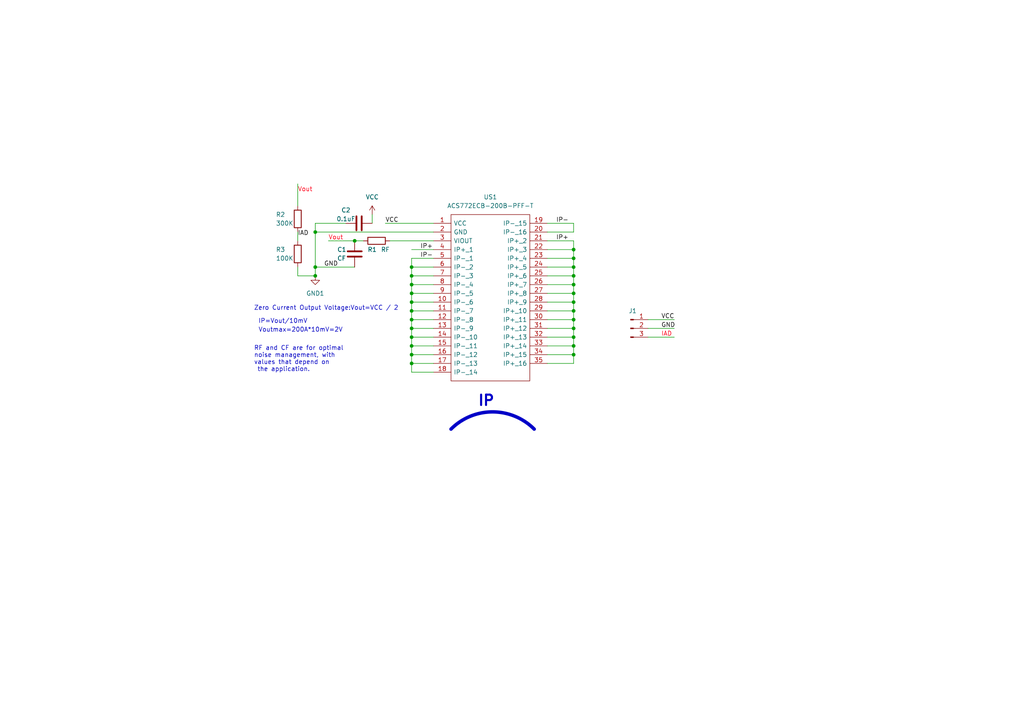
<source format=kicad_sch>
(kicad_sch (version 20230121) (generator eeschema)

  (uuid b3060d4e-7467-4a22-9473-769120214355)

  (paper "A4")

  (lib_symbols
    (symbol "ACS772ECB-200B-PFF-T1:ACS772ECB-200B-PFF-T" (pin_names (offset 0.762)) (in_bom yes) (on_board yes)
      (property "Reference" "IC" (at 29.21 7.62 0)
        (effects (font (size 1.27 1.27)) (justify left))
      )
      (property "Value" "ACS772ECB-200B-PFF-T" (at 29.21 5.08 0)
        (effects (font (size 1.27 1.27)) (justify left))
      )
      (property "Footprint" "ACS772ECB200BPFFT" (at 29.21 2.54 0)
        (effects (font (size 1.27 1.27)) (justify left) hide)
      )
      (property "Datasheet" "http://www.allegromicro.com/~/media/Files/Datasheets/ACS772-Datasheet.ashx" (at 29.21 0 0)
        (effects (font (size 1.27 1.27)) (justify left) hide)
      )
      (property "Description" "200kHz, 1.5% Max Tolerance, 100  Internal Resistance Module-alternative Current Sensor for High Current and High Voltage Applications" (at 29.21 -2.54 0)
        (effects (font (size 1.27 1.27)) (justify left) hide)
      )
      (property "Height" "7.1" (at 29.21 -5.08 0)
        (effects (font (size 1.27 1.27)) (justify left) hide)
      )
      (property "Manufacturer_Name" "Allegro Microsystems" (at 29.21 -7.62 0)
        (effects (font (size 1.27 1.27)) (justify left) hide)
      )
      (property "Manufacturer_Part_Number" "ACS772ECB-200B-PFF-T" (at 29.21 -10.16 0)
        (effects (font (size 1.27 1.27)) (justify left) hide)
      )
      (property "Mouser Part Number" "250-772ECB200BPFFT" (at 29.21 -12.7 0)
        (effects (font (size 1.27 1.27)) (justify left) hide)
      )
      (property "Mouser Price/Stock" "https://www.mouser.co.uk/ProductDetail/Allegro-MicroSystems/ACS772ECB-200B-PFF-T?qs=pUKx8fyJudABgObSHvZ%252BEw%3D%3D" (at 29.21 -15.24 0)
        (effects (font (size 1.27 1.27)) (justify left) hide)
      )
      (property "Arrow Part Number" "ACS772ECB-200B-PFF-T" (at 29.21 -17.78 0)
        (effects (font (size 1.27 1.27)) (justify left) hide)
      )
      (property "Arrow Price/Stock" "https://www.arrow.com/en/products/acs772ecb-200b-pff-t/allegro-microsystems?region=nac" (at 29.21 -20.32 0)
        (effects (font (size 1.27 1.27)) (justify left) hide)
      )
      (property "ki_description" "200kHz, 1.5% Max Tolerance, 100  Internal Resistance Module-alternative Current Sensor for High Current and High Voltage Applications" (at 0 0 0)
        (effects (font (size 1.27 1.27)) hide)
      )
      (symbol "ACS772ECB-200B-PFF-T_0_0"
        (pin passive line (at 0 0 0) (length 5.08)
          (name "VCC" (effects (font (size 1.27 1.27))))
          (number "1" (effects (font (size 1.27 1.27))))
        )
        (pin passive line (at 0 -22.86 0) (length 5.08)
          (name "IP-_6" (effects (font (size 1.27 1.27))))
          (number "10" (effects (font (size 1.27 1.27))))
        )
        (pin passive line (at 0 -25.4 0) (length 5.08)
          (name "IP-_7" (effects (font (size 1.27 1.27))))
          (number "11" (effects (font (size 1.27 1.27))))
        )
        (pin passive line (at 0 -27.94 0) (length 5.08)
          (name "IP-_8" (effects (font (size 1.27 1.27))))
          (number "12" (effects (font (size 1.27 1.27))))
        )
        (pin passive line (at 0 -30.48 0) (length 5.08)
          (name "IP-_9" (effects (font (size 1.27 1.27))))
          (number "13" (effects (font (size 1.27 1.27))))
        )
        (pin passive line (at 0 -33.02 0) (length 5.08)
          (name "IP-_10" (effects (font (size 1.27 1.27))))
          (number "14" (effects (font (size 1.27 1.27))))
        )
        (pin passive line (at 0 -35.56 0) (length 5.08)
          (name "IP-_11" (effects (font (size 1.27 1.27))))
          (number "15" (effects (font (size 1.27 1.27))))
        )
        (pin passive line (at 0 -38.1 0) (length 5.08)
          (name "IP-_12" (effects (font (size 1.27 1.27))))
          (number "16" (effects (font (size 1.27 1.27))))
        )
        (pin passive line (at 0 -40.64 0) (length 5.08)
          (name "IP-_13" (effects (font (size 1.27 1.27))))
          (number "17" (effects (font (size 1.27 1.27))))
        )
        (pin passive line (at 0 -43.18 0) (length 5.08)
          (name "IP-_14" (effects (font (size 1.27 1.27))))
          (number "18" (effects (font (size 1.27 1.27))))
        )
        (pin passive line (at 33.02 0 180) (length 5.08)
          (name "IP-_15" (effects (font (size 1.27 1.27))))
          (number "19" (effects (font (size 1.27 1.27))))
        )
        (pin passive line (at 0 -2.54 0) (length 5.08)
          (name "GND" (effects (font (size 1.27 1.27))))
          (number "2" (effects (font (size 1.27 1.27))))
        )
        (pin passive line (at 33.02 -2.54 180) (length 5.08)
          (name "IP-_16" (effects (font (size 1.27 1.27))))
          (number "20" (effects (font (size 1.27 1.27))))
        )
        (pin passive line (at 33.02 -5.08 180) (length 5.08)
          (name "IP+_2" (effects (font (size 1.27 1.27))))
          (number "21" (effects (font (size 1.27 1.27))))
        )
        (pin passive line (at 33.02 -7.62 180) (length 5.08)
          (name "IP+_3" (effects (font (size 1.27 1.27))))
          (number "22" (effects (font (size 1.27 1.27))))
        )
        (pin passive line (at 33.02 -10.16 180) (length 5.08)
          (name "IP+_4" (effects (font (size 1.27 1.27))))
          (number "23" (effects (font (size 1.27 1.27))))
        )
        (pin passive line (at 33.02 -12.7 180) (length 5.08)
          (name "IP+_5" (effects (font (size 1.27 1.27))))
          (number "24" (effects (font (size 1.27 1.27))))
        )
        (pin passive line (at 33.02 -15.24 180) (length 5.08)
          (name "IP+_6" (effects (font (size 1.27 1.27))))
          (number "25" (effects (font (size 1.27 1.27))))
        )
        (pin passive line (at 33.02 -17.78 180) (length 5.08)
          (name "IP+_7" (effects (font (size 1.27 1.27))))
          (number "26" (effects (font (size 1.27 1.27))))
        )
        (pin passive line (at 33.02 -20.32 180) (length 5.08)
          (name "IP+_8" (effects (font (size 1.27 1.27))))
          (number "27" (effects (font (size 1.27 1.27))))
        )
        (pin passive line (at 33.02 -22.86 180) (length 5.08)
          (name "IP+_9" (effects (font (size 1.27 1.27))))
          (number "28" (effects (font (size 1.27 1.27))))
        )
        (pin passive line (at 33.02 -25.4 180) (length 5.08)
          (name "IP+_10" (effects (font (size 1.27 1.27))))
          (number "29" (effects (font (size 1.27 1.27))))
        )
        (pin passive line (at 0 -5.08 0) (length 5.08)
          (name "VIOUT" (effects (font (size 1.27 1.27))))
          (number "3" (effects (font (size 1.27 1.27))))
        )
        (pin passive line (at 33.02 -27.94 180) (length 5.08)
          (name "IP+_11" (effects (font (size 1.27 1.27))))
          (number "30" (effects (font (size 1.27 1.27))))
        )
        (pin passive line (at 33.02 -30.48 180) (length 5.08)
          (name "IP+_12" (effects (font (size 1.27 1.27))))
          (number "31" (effects (font (size 1.27 1.27))))
        )
        (pin passive line (at 33.02 -33.02 180) (length 5.08)
          (name "IP+_13" (effects (font (size 1.27 1.27))))
          (number "32" (effects (font (size 1.27 1.27))))
        )
        (pin passive line (at 33.02 -35.56 180) (length 5.08)
          (name "IP+_14" (effects (font (size 1.27 1.27))))
          (number "33" (effects (font (size 1.27 1.27))))
        )
        (pin passive line (at 33.02 -38.1 180) (length 5.08)
          (name "IP+_15" (effects (font (size 1.27 1.27))))
          (number "34" (effects (font (size 1.27 1.27))))
        )
        (pin passive line (at 33.02 -40.64 180) (length 5.08)
          (name "IP+_16" (effects (font (size 1.27 1.27))))
          (number "35" (effects (font (size 1.27 1.27))))
        )
        (pin passive line (at 0 -7.62 0) (length 5.08)
          (name "IP+_1" (effects (font (size 1.27 1.27))))
          (number "4" (effects (font (size 1.27 1.27))))
        )
        (pin passive line (at 0 -10.16 0) (length 5.08)
          (name "IP-_1" (effects (font (size 1.27 1.27))))
          (number "5" (effects (font (size 1.27 1.27))))
        )
        (pin passive line (at 0 -12.7 0) (length 5.08)
          (name "IP-_2" (effects (font (size 1.27 1.27))))
          (number "6" (effects (font (size 1.27 1.27))))
        )
        (pin passive line (at 0 -15.24 0) (length 5.08)
          (name "IP-_3" (effects (font (size 1.27 1.27))))
          (number "7" (effects (font (size 1.27 1.27))))
        )
        (pin passive line (at 0 -17.78 0) (length 5.08)
          (name "IP-_4" (effects (font (size 1.27 1.27))))
          (number "8" (effects (font (size 1.27 1.27))))
        )
        (pin passive line (at 0 -20.32 0) (length 5.08)
          (name "IP-_5" (effects (font (size 1.27 1.27))))
          (number "9" (effects (font (size 1.27 1.27))))
        )
      )
      (symbol "ACS772ECB-200B-PFF-T_0_1"
        (polyline
          (pts
            (xy 5.08 2.54)
            (xy 27.94 2.54)
            (xy 27.94 -45.72)
            (xy 5.08 -45.72)
            (xy 5.08 2.54)
          )
          (stroke (width 0.1524) (type solid))
          (fill (type none))
        )
      )
    )
    (symbol "Connector:Conn_01x03_Pin" (pin_names (offset 1.016) hide) (in_bom yes) (on_board yes)
      (property "Reference" "J" (at 0 5.08 0)
        (effects (font (size 1.27 1.27)))
      )
      (property "Value" "Conn_01x03_Pin" (at 0 -5.08 0)
        (effects (font (size 1.27 1.27)))
      )
      (property "Footprint" "" (at 0 0 0)
        (effects (font (size 1.27 1.27)) hide)
      )
      (property "Datasheet" "~" (at 0 0 0)
        (effects (font (size 1.27 1.27)) hide)
      )
      (property "ki_locked" "" (at 0 0 0)
        (effects (font (size 1.27 1.27)))
      )
      (property "ki_keywords" "connector" (at 0 0 0)
        (effects (font (size 1.27 1.27)) hide)
      )
      (property "ki_description" "Generic connector, single row, 01x03, script generated" (at 0 0 0)
        (effects (font (size 1.27 1.27)) hide)
      )
      (property "ki_fp_filters" "Connector*:*_1x??_*" (at 0 0 0)
        (effects (font (size 1.27 1.27)) hide)
      )
      (symbol "Conn_01x03_Pin_1_1"
        (polyline
          (pts
            (xy 1.27 -2.54)
            (xy 0.8636 -2.54)
          )
          (stroke (width 0.1524) (type default))
          (fill (type none))
        )
        (polyline
          (pts
            (xy 1.27 0)
            (xy 0.8636 0)
          )
          (stroke (width 0.1524) (type default))
          (fill (type none))
        )
        (polyline
          (pts
            (xy 1.27 2.54)
            (xy 0.8636 2.54)
          )
          (stroke (width 0.1524) (type default))
          (fill (type none))
        )
        (rectangle (start 0.8636 -2.413) (end 0 -2.667)
          (stroke (width 0.1524) (type default))
          (fill (type outline))
        )
        (rectangle (start 0.8636 0.127) (end 0 -0.127)
          (stroke (width 0.1524) (type default))
          (fill (type outline))
        )
        (rectangle (start 0.8636 2.667) (end 0 2.413)
          (stroke (width 0.1524) (type default))
          (fill (type outline))
        )
        (pin passive line (at 5.08 2.54 180) (length 3.81)
          (name "Pin_1" (effects (font (size 1.27 1.27))))
          (number "1" (effects (font (size 1.27 1.27))))
        )
        (pin passive line (at 5.08 0 180) (length 3.81)
          (name "Pin_2" (effects (font (size 1.27 1.27))))
          (number "2" (effects (font (size 1.27 1.27))))
        )
        (pin passive line (at 5.08 -2.54 180) (length 3.81)
          (name "Pin_3" (effects (font (size 1.27 1.27))))
          (number "3" (effects (font (size 1.27 1.27))))
        )
      )
    )
    (symbol "Device:C" (pin_numbers hide) (pin_names (offset 0.254)) (in_bom yes) (on_board yes)
      (property "Reference" "C" (at 0.635 2.54 0)
        (effects (font (size 1.27 1.27)) (justify left))
      )
      (property "Value" "C" (at 0.635 -2.54 0)
        (effects (font (size 1.27 1.27)) (justify left))
      )
      (property "Footprint" "" (at 0.9652 -3.81 0)
        (effects (font (size 1.27 1.27)) hide)
      )
      (property "Datasheet" "~" (at 0 0 0)
        (effects (font (size 1.27 1.27)) hide)
      )
      (property "ki_keywords" "cap capacitor" (at 0 0 0)
        (effects (font (size 1.27 1.27)) hide)
      )
      (property "ki_description" "Unpolarized capacitor" (at 0 0 0)
        (effects (font (size 1.27 1.27)) hide)
      )
      (property "ki_fp_filters" "C_*" (at 0 0 0)
        (effects (font (size 1.27 1.27)) hide)
      )
      (symbol "C_0_1"
        (polyline
          (pts
            (xy -2.032 -0.762)
            (xy 2.032 -0.762)
          )
          (stroke (width 0.508) (type default))
          (fill (type none))
        )
        (polyline
          (pts
            (xy -2.032 0.762)
            (xy 2.032 0.762)
          )
          (stroke (width 0.508) (type default))
          (fill (type none))
        )
      )
      (symbol "C_1_1"
        (pin passive line (at 0 3.81 270) (length 2.794)
          (name "~" (effects (font (size 1.27 1.27))))
          (number "1" (effects (font (size 1.27 1.27))))
        )
        (pin passive line (at 0 -3.81 90) (length 2.794)
          (name "~" (effects (font (size 1.27 1.27))))
          (number "2" (effects (font (size 1.27 1.27))))
        )
      )
    )
    (symbol "Device:R" (pin_numbers hide) (pin_names (offset 0)) (in_bom yes) (on_board yes)
      (property "Reference" "R" (at 2.032 0 90)
        (effects (font (size 1.27 1.27)))
      )
      (property "Value" "R" (at 0 0 90)
        (effects (font (size 1.27 1.27)))
      )
      (property "Footprint" "" (at -1.778 0 90)
        (effects (font (size 1.27 1.27)) hide)
      )
      (property "Datasheet" "~" (at 0 0 0)
        (effects (font (size 1.27 1.27)) hide)
      )
      (property "ki_keywords" "R res resistor" (at 0 0 0)
        (effects (font (size 1.27 1.27)) hide)
      )
      (property "ki_description" "Resistor" (at 0 0 0)
        (effects (font (size 1.27 1.27)) hide)
      )
      (property "ki_fp_filters" "R_*" (at 0 0 0)
        (effects (font (size 1.27 1.27)) hide)
      )
      (symbol "R_0_1"
        (rectangle (start -1.016 -2.54) (end 1.016 2.54)
          (stroke (width 0.254) (type default))
          (fill (type none))
        )
      )
      (symbol "R_1_1"
        (pin passive line (at 0 3.81 270) (length 1.27)
          (name "~" (effects (font (size 1.27 1.27))))
          (number "1" (effects (font (size 1.27 1.27))))
        )
        (pin passive line (at 0 -3.81 90) (length 1.27)
          (name "~" (effects (font (size 1.27 1.27))))
          (number "2" (effects (font (size 1.27 1.27))))
        )
      )
    )
    (symbol "power:GND1" (power) (pin_names (offset 0)) (in_bom yes) (on_board yes)
      (property "Reference" "#PWR" (at 0 -6.35 0)
        (effects (font (size 1.27 1.27)) hide)
      )
      (property "Value" "GND1" (at 0 -3.81 0)
        (effects (font (size 1.27 1.27)))
      )
      (property "Footprint" "" (at 0 0 0)
        (effects (font (size 1.27 1.27)) hide)
      )
      (property "Datasheet" "" (at 0 0 0)
        (effects (font (size 1.27 1.27)) hide)
      )
      (property "ki_keywords" "global power" (at 0 0 0)
        (effects (font (size 1.27 1.27)) hide)
      )
      (property "ki_description" "Power symbol creates a global label with name \"GND1\" , ground" (at 0 0 0)
        (effects (font (size 1.27 1.27)) hide)
      )
      (symbol "GND1_0_1"
        (polyline
          (pts
            (xy 0 0)
            (xy 0 -1.27)
            (xy 1.27 -1.27)
            (xy 0 -2.54)
            (xy -1.27 -1.27)
            (xy 0 -1.27)
          )
          (stroke (width 0) (type default))
          (fill (type none))
        )
      )
      (symbol "GND1_1_1"
        (pin power_in line (at 0 0 270) (length 0) hide
          (name "GND1" (effects (font (size 1.27 1.27))))
          (number "1" (effects (font (size 1.27 1.27))))
        )
      )
    )
    (symbol "power:VCC" (power) (pin_names (offset 0)) (in_bom yes) (on_board yes)
      (property "Reference" "#PWR01" (at 0 -3.81 0)
        (effects (font (size 1.27 1.27)) hide)
      )
      (property "Value" "VCC_5V" (at 0 5.08 0)
        (effects (font (size 1.27 1.27)))
      )
      (property "Footprint" "" (at 0 0 0)
        (effects (font (size 1.27 1.27)) hide)
      )
      (property "Datasheet" "" (at 0 0 0)
        (effects (font (size 1.27 1.27)) hide)
      )
      (property "ki_keywords" "global power" (at 0 0 0)
        (effects (font (size 1.27 1.27)) hide)
      )
      (property "ki_description" "Power symbol creates a global label with name \"VCC\"" (at 0 0 0)
        (effects (font (size 1.27 1.27)) hide)
      )
      (symbol "VCC_0_1"
        (polyline
          (pts
            (xy -0.762 1.27)
            (xy 0 2.54)
          )
          (stroke (width 0) (type default))
          (fill (type none))
        )
        (polyline
          (pts
            (xy 0 0)
            (xy 0 2.54)
          )
          (stroke (width 0) (type default))
          (fill (type none))
        )
        (polyline
          (pts
            (xy 0 2.54)
            (xy 0.762 1.27)
          )
          (stroke (width 0) (type default))
          (fill (type none))
        )
      )
      (symbol "VCC_1_1"
        (pin power_in line (at 0 0 90) (length 0) hide
          (name "VCC" (effects (font (size 1.27 1.27))))
          (number "1" (effects (font (size 1.27 1.27))))
        )
      )
    )
  )

  (junction (at 166.37 82.55) (diameter 0) (color 0 0 0 0)
    (uuid 14007531-5060-496b-928e-b64fae571793)
  )
  (junction (at 166.37 85.09) (diameter 0) (color 0 0 0 0)
    (uuid 1c19ff3a-85a4-4373-b821-552b0a993040)
  )
  (junction (at 166.37 100.33) (diameter 0) (color 0 0 0 0)
    (uuid 20b8674f-1479-4ce4-9266-17ec61fcdcc6)
  )
  (junction (at 119.38 105.41) (diameter 0) (color 0 0 0 0)
    (uuid 2382f253-c289-4745-8fe8-2a35b8db5463)
  )
  (junction (at 119.38 80.01) (diameter 0) (color 0 0 0 0)
    (uuid 2af830b8-172b-4e9c-9b93-99b35ea54fb2)
  )
  (junction (at 91.44 67.31) (diameter 0) (color 0 0 0 0)
    (uuid 2bf2703b-7317-4189-9729-87b4fee02549)
  )
  (junction (at 119.38 82.55) (diameter 0) (color 0 0 0 0)
    (uuid 323217e7-787f-4090-bf3b-12ef466154aa)
  )
  (junction (at 119.38 92.71) (diameter 0) (color 0 0 0 0)
    (uuid 35483409-d3eb-45e2-a3aa-c8411598256b)
  )
  (junction (at 166.37 80.01) (diameter 0) (color 0 0 0 0)
    (uuid 5f5b48a3-8b00-40b8-9f08-242944555ccd)
  )
  (junction (at 119.38 102.87) (diameter 0) (color 0 0 0 0)
    (uuid 61a571bc-ac3e-4109-bee4-ee803739fcf5)
  )
  (junction (at 119.38 100.33) (diameter 0) (color 0 0 0 0)
    (uuid 6312bb55-abee-416c-9515-9ad9e832ada6)
  )
  (junction (at 119.38 85.09) (diameter 0) (color 0 0 0 0)
    (uuid 71ea1d5c-ccd4-4ecd-bce4-1850fbf8ea38)
  )
  (junction (at 119.38 90.17) (diameter 0) (color 0 0 0 0)
    (uuid 7d6c9cdb-ee11-44b1-8672-d14066474e13)
  )
  (junction (at 166.37 72.39) (diameter 0) (color 0 0 0 0)
    (uuid 8692bf6c-fc3f-4aa7-b715-b1c07f88983e)
  )
  (junction (at 166.37 97.79) (diameter 0) (color 0 0 0 0)
    (uuid 8d29b47c-adae-4514-98aa-6010e24ceb40)
  )
  (junction (at 166.37 92.71) (diameter 0) (color 0 0 0 0)
    (uuid 9b1221e1-0247-4945-99f3-cdfd269bb501)
  )
  (junction (at 91.44 77.47) (diameter 0) (color 0 0 0 0)
    (uuid 9df87540-33cb-43a3-a8c4-7eff35cdd956)
  )
  (junction (at 119.38 95.25) (diameter 0) (color 0 0 0 0)
    (uuid a30602f9-0c23-4f97-94dc-720860569b05)
  )
  (junction (at 166.37 102.87) (diameter 0) (color 0 0 0 0)
    (uuid afa9f10f-212c-4b92-8246-65b5405a9aaf)
  )
  (junction (at 102.87 69.85) (diameter 0) (color 0 0 0 0)
    (uuid b5dc587b-0e42-4d47-a4ab-feb2d815064c)
  )
  (junction (at 119.38 87.63) (diameter 0) (color 0 0 0 0)
    (uuid bb449612-760d-4f77-aef8-288084b9878a)
  )
  (junction (at 119.38 77.47) (diameter 0) (color 0 0 0 0)
    (uuid bd979ede-670a-4817-aa21-ab717a10b30f)
  )
  (junction (at 166.37 77.47) (diameter 0) (color 0 0 0 0)
    (uuid cc7ab975-09a4-4e65-90dc-3b8dce6a15f9)
  )
  (junction (at 166.37 95.25) (diameter 0) (color 0 0 0 0)
    (uuid d1479bb9-c1a1-4577-bd10-83f826d7b9b7)
  )
  (junction (at 166.37 90.17) (diameter 0) (color 0 0 0 0)
    (uuid d5f7b531-86c9-4742-b621-7dd17fe9fce5)
  )
  (junction (at 119.38 97.79) (diameter 0) (color 0 0 0 0)
    (uuid dabc247a-7006-40b6-8f61-eecdf98f744b)
  )
  (junction (at 91.44 80.01) (diameter 0) (color 0 0 0 0)
    (uuid dfd44fd6-df7f-415d-b506-ca6f29bdeb45)
  )
  (junction (at 166.37 74.93) (diameter 0) (color 0 0 0 0)
    (uuid fceadeee-8f23-43d2-b6cf-cd79f0e786e6)
  )
  (junction (at 166.37 87.63) (diameter 0) (color 0 0 0 0)
    (uuid fd3655a7-249b-4ea7-bc06-4761a1d5e35b)
  )

  (wire (pts (xy 125.73 77.47) (xy 119.38 77.47))
    (stroke (width 0) (type default))
    (uuid 01931bc7-71b3-4845-adc7-eb69ce9c56bd)
  )
  (wire (pts (xy 158.75 85.09) (xy 166.37 85.09))
    (stroke (width 0) (type default))
    (uuid 029e4dd1-5414-4fb7-aa04-4c210a2ce164)
  )
  (wire (pts (xy 86.36 80.01) (xy 91.44 80.01))
    (stroke (width 0) (type default))
    (uuid 02aa59b2-681a-4b86-ab91-7830c8e9eda5)
  )
  (wire (pts (xy 91.44 77.47) (xy 91.44 67.31))
    (stroke (width 0) (type default))
    (uuid 02bb0879-e749-4725-a91b-a0dea113f09d)
  )
  (wire (pts (xy 119.38 92.71) (xy 119.38 95.25))
    (stroke (width 0) (type default))
    (uuid 0c0d5c87-2ade-4935-9f27-e87db557c5b9)
  )
  (wire (pts (xy 119.38 85.09) (xy 119.38 87.63))
    (stroke (width 0) (type default))
    (uuid 0eea0ace-a365-441b-8007-5bb3b03024e6)
  )
  (wire (pts (xy 86.36 67.31) (xy 86.36 69.85))
    (stroke (width 0) (type default))
    (uuid 1025df86-cc85-4e02-a3e0-79a4a7b164ce)
  )
  (wire (pts (xy 166.37 72.39) (xy 166.37 74.93))
    (stroke (width 0) (type default))
    (uuid 112d2cfe-b625-4581-b1cc-b06980bdee86)
  )
  (wire (pts (xy 158.75 72.39) (xy 166.37 72.39))
    (stroke (width 0) (type default))
    (uuid 12701d23-395b-46c7-a8b4-75b87243c249)
  )
  (wire (pts (xy 119.38 102.87) (xy 125.73 102.87))
    (stroke (width 0) (type default))
    (uuid 12db8001-1b43-4cbe-8385-002a04ce5455)
  )
  (wire (pts (xy 187.96 95.25) (xy 195.58 95.25))
    (stroke (width 0) (type default))
    (uuid 132630e7-5ff4-4881-8e7d-c0a77346f385)
  )
  (wire (pts (xy 166.37 100.33) (xy 166.37 102.87))
    (stroke (width 0) (type default))
    (uuid 166db661-5022-4c53-ac17-f8b8d5f2e643)
  )
  (wire (pts (xy 119.38 100.33) (xy 125.73 100.33))
    (stroke (width 0) (type default))
    (uuid 17e55e0a-804e-4bbe-8620-1714b888ea1b)
  )
  (wire (pts (xy 158.75 90.17) (xy 166.37 90.17))
    (stroke (width 0) (type default))
    (uuid 234a29e9-eb50-4826-bbef-9bf7b337de2b)
  )
  (wire (pts (xy 91.44 67.31) (xy 91.44 64.77))
    (stroke (width 0) (type default))
    (uuid 25367476-8aa7-4c97-bbfe-6bb32db61b07)
  )
  (wire (pts (xy 113.03 69.85) (xy 125.73 69.85))
    (stroke (width 0) (type default))
    (uuid 26b4923b-4b69-4714-a428-c00c536435e4)
  )
  (wire (pts (xy 119.38 95.25) (xy 125.73 95.25))
    (stroke (width 0) (type default))
    (uuid 277eec4d-5230-4737-94de-340d7071c760)
  )
  (wire (pts (xy 119.38 80.01) (xy 125.73 80.01))
    (stroke (width 0) (type default))
    (uuid 3133bbee-2e7e-48a5-9245-dd3cb6b50bc8)
  )
  (wire (pts (xy 158.75 67.31) (xy 166.37 67.31))
    (stroke (width 0) (type default))
    (uuid 39e27cbf-7449-4d81-98e5-90f1d46b65bc)
  )
  (wire (pts (xy 111.76 64.77) (xy 125.73 64.77))
    (stroke (width 0) (type default))
    (uuid 3d3ac8d4-ae0b-460c-b81e-473d52ce516d)
  )
  (wire (pts (xy 187.96 92.71) (xy 195.58 92.71))
    (stroke (width 0) (type default))
    (uuid 3f624799-fc3f-4b06-b78d-57d27b28a2f5)
  )
  (wire (pts (xy 119.38 102.87) (xy 119.38 105.41))
    (stroke (width 0) (type default))
    (uuid 40ec75e8-1ad0-418d-9459-adff7933488a)
  )
  (wire (pts (xy 86.36 53.34) (xy 86.36 59.69))
    (stroke (width 0) (type default))
    (uuid 4610edc0-54d7-43b9-9463-7f2d36d47292)
  )
  (wire (pts (xy 166.37 102.87) (xy 166.37 105.41))
    (stroke (width 0) (type default))
    (uuid 4d6769d4-66bd-462c-8b9a-e9f483f2b7de)
  )
  (wire (pts (xy 158.75 100.33) (xy 166.37 100.33))
    (stroke (width 0) (type default))
    (uuid 4f11118e-8778-4368-9589-4cb501451b48)
  )
  (wire (pts (xy 119.38 87.63) (xy 119.38 90.17))
    (stroke (width 0) (type default))
    (uuid 506ddecb-a795-4877-b542-f40ad60d46c4)
  )
  (wire (pts (xy 119.38 77.47) (xy 119.38 74.93))
    (stroke (width 0) (type default))
    (uuid 53ed4d22-f21f-4474-85b1-eba354b81813)
  )
  (wire (pts (xy 166.37 97.79) (xy 166.37 100.33))
    (stroke (width 0) (type default))
    (uuid 5cfedc5d-defe-425a-b712-fd90a78e9ebb)
  )
  (wire (pts (xy 158.75 95.25) (xy 166.37 95.25))
    (stroke (width 0) (type default))
    (uuid 60833876-fea0-4538-b0ed-6e2af9de21ea)
  )
  (wire (pts (xy 119.38 95.25) (xy 119.38 97.79))
    (stroke (width 0) (type default))
    (uuid 61d5edb8-fb32-43e1-9545-91db866a4c23)
  )
  (wire (pts (xy 102.87 77.47) (xy 91.44 77.47))
    (stroke (width 0) (type default))
    (uuid 61ee3a6c-a2be-4b18-9708-81e0b1382bb6)
  )
  (wire (pts (xy 119.38 97.79) (xy 119.38 100.33))
    (stroke (width 0) (type default))
    (uuid 6727252c-a8ba-41b2-b83c-82787ca16590)
  )
  (wire (pts (xy 158.75 97.79) (xy 166.37 97.79))
    (stroke (width 0) (type default))
    (uuid 6cdb814a-edf4-4ebf-b0bb-e5bf5b006d4e)
  )
  (wire (pts (xy 158.75 69.85) (xy 166.37 69.85))
    (stroke (width 0) (type default))
    (uuid 6d93fa46-3299-46c6-8b57-51502b77445e)
  )
  (wire (pts (xy 91.44 64.77) (xy 100.33 64.77))
    (stroke (width 0) (type default))
    (uuid 6e064f7c-e0e4-45c0-a8a7-9e4945a508d1)
  )
  (wire (pts (xy 166.37 90.17) (xy 166.37 92.71))
    (stroke (width 0) (type default))
    (uuid 71e6bb4a-aac1-4b4b-bb2b-fc5376560a72)
  )
  (wire (pts (xy 166.37 87.63) (xy 166.37 90.17))
    (stroke (width 0) (type default))
    (uuid 74da144e-267e-4782-aeea-921545fee1d9)
  )
  (wire (pts (xy 119.38 90.17) (xy 119.38 92.71))
    (stroke (width 0) (type default))
    (uuid 75c624b8-7ba5-4d75-9cdf-3ecf11e7724d)
  )
  (wire (pts (xy 119.38 82.55) (xy 119.38 85.09))
    (stroke (width 0) (type default))
    (uuid 76f7a451-c8bf-4e49-ab4a-aa8ee4891d3b)
  )
  (wire (pts (xy 166.37 80.01) (xy 166.37 82.55))
    (stroke (width 0) (type default))
    (uuid 78bcf976-60af-488c-8da9-b25421dd4a19)
  )
  (wire (pts (xy 158.75 102.87) (xy 166.37 102.87))
    (stroke (width 0) (type default))
    (uuid 7a2c24fc-8bda-4151-b502-275e9b6ea1e8)
  )
  (wire (pts (xy 158.75 82.55) (xy 166.37 82.55))
    (stroke (width 0) (type default))
    (uuid 806c8c4b-9a1a-4797-8c8b-6ea6fd4242dc)
  )
  (wire (pts (xy 119.38 97.79) (xy 125.73 97.79))
    (stroke (width 0) (type default))
    (uuid 865488c9-b312-4d41-8546-8552cf2a39cb)
  )
  (wire (pts (xy 158.75 77.47) (xy 166.37 77.47))
    (stroke (width 0) (type default))
    (uuid 87df901d-18a0-4a9d-8981-7b1045b6bda9)
  )
  (wire (pts (xy 166.37 77.47) (xy 166.37 80.01))
    (stroke (width 0) (type default))
    (uuid 88d2a6ea-c5ce-4f47-954b-ae3a9d5c82f1)
  )
  (wire (pts (xy 166.37 92.71) (xy 166.37 95.25))
    (stroke (width 0) (type default))
    (uuid 891bef8b-28bc-43e1-898e-298bb16cd170)
  )
  (wire (pts (xy 166.37 82.55) (xy 166.37 85.09))
    (stroke (width 0) (type default))
    (uuid 90ec81e2-f200-4ae8-b9a2-ebd1695db391)
  )
  (wire (pts (xy 91.44 77.47) (xy 91.44 80.01))
    (stroke (width 0) (type default))
    (uuid 9343f546-519b-46c1-abbd-f30b8a0a72e4)
  )
  (wire (pts (xy 158.75 74.93) (xy 166.37 74.93))
    (stroke (width 0) (type default))
    (uuid 976247ab-b61a-4b1c-bb67-14a8d539e8c7)
  )
  (wire (pts (xy 166.37 69.85) (xy 166.37 72.39))
    (stroke (width 0) (type default))
    (uuid 97653fda-3449-4708-a71c-17bcabc2402e)
  )
  (wire (pts (xy 119.38 90.17) (xy 125.73 90.17))
    (stroke (width 0) (type default))
    (uuid 99fd125d-1ee5-49c1-ac71-eb866b9b2fca)
  )
  (wire (pts (xy 158.75 80.01) (xy 166.37 80.01))
    (stroke (width 0) (type default))
    (uuid a1458db6-8ee5-4a2f-8d90-8560cac68d08)
  )
  (wire (pts (xy 95.25 69.85) (xy 102.87 69.85))
    (stroke (width 0) (type default))
    (uuid a6afc7dd-a5b6-4f8d-99ae-5ea1ed47a711)
  )
  (wire (pts (xy 158.75 87.63) (xy 166.37 87.63))
    (stroke (width 0) (type default))
    (uuid a7ee8af1-58be-4bec-b5de-32791720d6a8)
  )
  (wire (pts (xy 119.38 77.47) (xy 119.38 80.01))
    (stroke (width 0) (type default))
    (uuid a8800285-431a-4820-b58e-c86fdab70045)
  )
  (wire (pts (xy 166.37 85.09) (xy 166.37 87.63))
    (stroke (width 0) (type default))
    (uuid b05b0e1d-d358-4f75-bc1a-896b3514d392)
  )
  (wire (pts (xy 86.36 77.47) (xy 86.36 80.01))
    (stroke (width 0) (type default))
    (uuid b0ed44af-9e32-496b-8a74-a34f4cd5daee)
  )
  (wire (pts (xy 119.38 82.55) (xy 125.73 82.55))
    (stroke (width 0) (type default))
    (uuid bd844938-661c-43f7-aa79-9e04d5c44e20)
  )
  (wire (pts (xy 119.38 105.41) (xy 119.38 107.95))
    (stroke (width 0) (type default))
    (uuid bdcbe9ea-afb8-41ef-93e7-7a182826b4dd)
  )
  (wire (pts (xy 107.95 64.77) (xy 107.95 62.23))
    (stroke (width 0) (type default))
    (uuid bf6ac93d-329a-44e9-a429-369d062c0c0b)
  )
  (wire (pts (xy 119.38 100.33) (xy 119.38 102.87))
    (stroke (width 0) (type default))
    (uuid c01be539-068b-488d-b03b-4e38ee3f9062)
  )
  (wire (pts (xy 119.38 72.39) (xy 125.73 72.39))
    (stroke (width 0) (type default))
    (uuid c207dd48-fffd-4fd8-af4d-85d2cf5f0dc1)
  )
  (wire (pts (xy 158.75 64.77) (xy 166.37 64.77))
    (stroke (width 0) (type default))
    (uuid d1db2968-207a-4fa4-8b19-c1eab4432f6e)
  )
  (wire (pts (xy 119.38 80.01) (xy 119.38 82.55))
    (stroke (width 0) (type default))
    (uuid d4059cef-5ea7-46c4-a02e-2425c53ab1d4)
  )
  (wire (pts (xy 119.38 92.71) (xy 125.73 92.71))
    (stroke (width 0) (type default))
    (uuid d5ac3624-9c98-4de5-8f29-6f879fef418c)
  )
  (wire (pts (xy 166.37 95.25) (xy 166.37 97.79))
    (stroke (width 0) (type default))
    (uuid d738c209-3cd0-4d10-a3d4-bb97a8300925)
  )
  (wire (pts (xy 119.38 107.95) (xy 125.73 107.95))
    (stroke (width 0) (type default))
    (uuid d87488af-a918-40b3-a39a-ab266ef5e807)
  )
  (wire (pts (xy 158.75 92.71) (xy 166.37 92.71))
    (stroke (width 0) (type default))
    (uuid df53536b-c8da-45e3-aea8-226f94ff35fa)
  )
  (wire (pts (xy 119.38 105.41) (xy 125.73 105.41))
    (stroke (width 0) (type default))
    (uuid e0dda73d-5d3d-4546-b2f3-6079ceab3db0)
  )
  (wire (pts (xy 166.37 105.41) (xy 158.75 105.41))
    (stroke (width 0) (type default))
    (uuid e4cf662c-e2bb-4e64-af57-bc932ec3777a)
  )
  (wire (pts (xy 119.38 87.63) (xy 125.73 87.63))
    (stroke (width 0) (type default))
    (uuid e5076b1f-111b-4fde-97fa-e80128c8b2f1)
  )
  (wire (pts (xy 187.96 97.79) (xy 195.58 97.79))
    (stroke (width 0) (type default))
    (uuid ebb2809e-e4ca-4314-84ad-2aa493a378d0)
  )
  (wire (pts (xy 102.87 69.85) (xy 105.41 69.85))
    (stroke (width 0) (type default))
    (uuid ec328c2b-beb4-403d-88f4-895439c42170)
  )
  (wire (pts (xy 125.73 67.31) (xy 91.44 67.31))
    (stroke (width 0) (type default))
    (uuid f67db752-1b10-4619-95e9-2dc3614c4d3d)
  )
  (wire (pts (xy 166.37 64.77) (xy 166.37 67.31))
    (stroke (width 0) (type default))
    (uuid f684d2d2-c3f5-4658-beac-4b3669547551)
  )
  (wire (pts (xy 119.38 74.93) (xy 125.73 74.93))
    (stroke (width 0) (type default))
    (uuid f6aa75d5-1ca4-4667-8ba3-4b62b968c792)
  )
  (wire (pts (xy 119.38 85.09) (xy 125.73 85.09))
    (stroke (width 0) (type default))
    (uuid f7047c86-a893-46a2-ad4b-d79a05b4885a)
  )
  (wire (pts (xy 166.37 74.93) (xy 166.37 77.47))
    (stroke (width 0) (type default))
    (uuid ff17991e-3f24-4bc6-8978-230aa03db546)
  )

  (arc (start 130.81 124.46) (mid 142.875 119.4625) (end 154.94 124.46)
    (stroke (width 1) (type default))
    (fill (type none))
    (uuid f352be75-6367-4c09-8b0d-3ac70dc7b159)
  )

  (text "Zero Current Output Voltage:Vout=VCC / 2" (at 73.66 90.17 0)
    (effects (font (size 1.27 1.27)) (justify left bottom))
    (uuid 1ad12719-6aff-4657-b924-9c6de1669a38)
  )
  (text "IP=Vout/10mV" (at 74.93 93.98 0)
    (effects (font (size 1.27 1.27)) (justify left bottom))
    (uuid 2d5e4a35-ab8a-4f0d-95fc-a2398fe4d28f)
  )
  (text "Voutmax=200A*10mV=2V" (at 74.93 96.52 0)
    (effects (font (size 1.27 1.27)) (justify left bottom))
    (uuid 2d90bfbb-239a-4fd3-96c3-36947b3820eb)
  )
  (text "IP" (at 138.43 118.11 0)
    (effects (font (size 3 3) (thickness 0.6) bold) (justify left bottom))
    (uuid 41af52ea-3406-4b71-a0a5-62c077f39aa2)
  )
  (text "RF and CF are for optimal \nnoise management, with \nvalues that depend on\n the application."
    (at 73.66 107.95 0)
    (effects (font (size 1.27 1.27)) (justify left bottom))
    (uuid e888c49b-af0e-48d3-84ec-5a1d51da48f2)
  )

  (label "VCC" (at 191.77 92.71 0) (fields_autoplaced)
    (effects (font (size 1.27 1.27)) (justify left bottom))
    (uuid 0574b9f3-b34c-4a3f-93a8-6c99faa59b7c)
  )
  (label "IAD" (at 86.36 68.58 0) (fields_autoplaced)
    (effects (font (size 1.27 1.27)) (justify left bottom))
    (uuid 33e8a964-178d-4d54-a5ee-68d69775cd8a)
  )
  (label "IP-" (at 161.29 64.77 0) (fields_autoplaced)
    (effects (font (size 1.27 1.27)) (justify left bottom))
    (uuid 3cb6587c-9c5f-473d-8ec7-73aad3e978cd)
  )
  (label "IP+" (at 121.92 72.39 0) (fields_autoplaced)
    (effects (font (size 1.27 1.27)) (justify left bottom))
    (uuid 41a2ac26-36d6-4ef0-8858-8f1df5eb0cc6)
  )
  (label "IP-" (at 121.92 74.93 0) (fields_autoplaced)
    (effects (font (size 1.27 1.27)) (justify left bottom))
    (uuid 59558a7f-fb70-478e-b660-90ffb991d4eb)
  )
  (label "VCC" (at 111.76 64.77 0) (fields_autoplaced)
    (effects (font (size 1.27 1.27)) (justify left bottom))
    (uuid 60571adb-9490-437f-85a5-fa7678fab088)
  )
  (label "GND" (at 93.98 77.47 0) (fields_autoplaced)
    (effects (font (size 1.27 1.27)) (justify left bottom))
    (uuid 6bc61cb1-bb6e-4202-8466-f7d5e03c0ef6)
  )
  (label "Vout" (at 95.25 69.85 0) (fields_autoplaced)
    (effects (font (size 1.27 1.27) (color 255 3 26 1)) (justify left bottom))
    (uuid abb93f85-0894-4a2b-b111-d61453826dbf)
  )
  (label "GND" (at 191.77 95.25 0) (fields_autoplaced)
    (effects (font (size 1.27 1.27)) (justify left bottom))
    (uuid cb8aba10-ae4e-4dd4-a224-cc5e2d4a8b9b)
  )
  (label "Vout" (at 86.36 55.88 0) (fields_autoplaced)
    (effects (font (size 1.27 1.27) (color 255 3 26 1)) (justify left bottom))
    (uuid d50c8776-4f36-43bc-8a7a-7ec0b39f3b74)
  )
  (label "IP+" (at 161.29 69.85 0) (fields_autoplaced)
    (effects (font (size 1.27 1.27)) (justify left bottom))
    (uuid f3c13f7c-f687-45f0-a701-c8148361f7f7)
  )
  (label "IAD" (at 191.77 97.79 0) (fields_autoplaced)
    (effects (font (size 1.27 1.27) (color 255 3 26 1)) (justify left bottom))
    (uuid f59c55fe-75fe-4d55-94fc-226c5421e9d0)
  )

  (symbol (lib_id "Device:R") (at 86.36 63.5 0) (unit 1)
    (in_bom yes) (on_board yes) (dnp no)
    (uuid 3de7032d-1476-4319-afcf-b647fb564e92)
    (property "Reference" "R2" (at 80.01 62.23 0)
      (effects (font (size 1.27 1.27)) (justify left))
    )
    (property "Value" "300K" (at 80.01 64.77 0)
      (effects (font (size 1.27 1.27)) (justify left))
    )
    (property "Footprint" "Resistor_SMD:R_0603_1608Metric" (at 84.582 63.5 90)
      (effects (font (size 1.27 1.27)) hide)
    )
    (property "Datasheet" "~" (at 86.36 63.5 0)
      (effects (font (size 1.27 1.27)) hide)
    )
    (pin "1" (uuid a1c6b8d9-ee44-46ea-ae50-578cebf2fe7c))
    (pin "2" (uuid 50fa6e6f-4cc8-4bc1-b02e-0f510aad80b8))
    (instances
      (project "Hall"
        (path "/b3060d4e-7467-4a22-9473-769120214355"
          (reference "R2") (unit 1)
        )
      )
    )
  )

  (symbol (lib_id "Device:R") (at 86.36 73.66 0) (unit 1)
    (in_bom yes) (on_board yes) (dnp no)
    (uuid 5a1aedd8-153d-4a28-85a5-0fa7447d9e8d)
    (property "Reference" "R3" (at 80.01 72.39 0)
      (effects (font (size 1.27 1.27)) (justify left))
    )
    (property "Value" "100K" (at 80.01 74.93 0)
      (effects (font (size 1.27 1.27)) (justify left))
    )
    (property "Footprint" "Resistor_SMD:R_0603_1608Metric" (at 84.582 73.66 90)
      (effects (font (size 1.27 1.27)) hide)
    )
    (property "Datasheet" "~" (at 86.36 73.66 0)
      (effects (font (size 1.27 1.27)) hide)
    )
    (pin "1" (uuid 07373703-377b-4dc8-8f9c-a135d061e219))
    (pin "2" (uuid 38299a75-d75f-4f88-952d-40f8c55d58b7))
    (instances
      (project "Hall"
        (path "/b3060d4e-7467-4a22-9473-769120214355"
          (reference "R3") (unit 1)
        )
      )
    )
  )

  (symbol (lib_id "Connector:Conn_01x03_Pin") (at 182.88 95.25 0) (unit 1)
    (in_bom yes) (on_board yes) (dnp no) (fields_autoplaced)
    (uuid 6d88c20d-5079-4ea6-9e8f-ceba51116bfe)
    (property "Reference" "J1" (at 183.515 90.17 0)
      (effects (font (size 1.27 1.27)))
    )
    (property "Value" "Conn_01x03_Pin" (at 183.515 90.17 0)
      (effects (font (size 1.27 1.27)) hide)
    )
    (property "Footprint" "Connector:FanPinHeader_1x03_P2.54mm_Vertical" (at 182.88 95.25 0)
      (effects (font (size 1.27 1.27)) hide)
    )
    (property "Datasheet" "~" (at 182.88 95.25 0)
      (effects (font (size 1.27 1.27)) hide)
    )
    (pin "1" (uuid 572cfec7-789d-4569-8919-faee6bd0095c))
    (pin "2" (uuid 80fae3a3-1f3c-4d0b-aaca-f6d764223592))
    (pin "3" (uuid 6816692f-db4e-42b7-92db-0f2f61c5b854))
    (instances
      (project "KICAD"
        (path "/739b277d-01d6-4835-bea1-641963359a56"
          (reference "J1") (unit 1)
        )
      )
      (project "Hall"
        (path "/b3060d4e-7467-4a22-9473-769120214355"
          (reference "J1") (unit 1)
        )
      )
    )
  )

  (symbol (lib_id "Device:R") (at 109.22 69.85 90) (unit 1)
    (in_bom yes) (on_board yes) (dnp no)
    (uuid 8ef5d206-8044-4ff7-958f-2a4c1a84cbdd)
    (property "Reference" "R1" (at 107.95 72.39 90)
      (effects (font (size 1.27 1.27)))
    )
    (property "Value" "RF" (at 111.76 72.39 90)
      (effects (font (size 1.27 1.27)))
    )
    (property "Footprint" "Resistor_SMD:R_0603_1608Metric" (at 109.22 71.628 90)
      (effects (font (size 1.27 1.27)) hide)
    )
    (property "Datasheet" "~" (at 109.22 69.85 0)
      (effects (font (size 1.27 1.27)) hide)
    )
    (pin "1" (uuid c71d57a5-e28c-474d-8910-83c8fa497929))
    (pin "2" (uuid fb7063ed-fa10-4c34-8267-f43079e540c0))
    (instances
      (project "KICAD"
        (path "/739b277d-01d6-4835-bea1-641963359a56"
          (reference "R1") (unit 1)
        )
      )
      (project "Hall"
        (path "/b3060d4e-7467-4a22-9473-769120214355"
          (reference "R1") (unit 1)
        )
      )
    )
  )

  (symbol (lib_id "power:VCC") (at 107.95 62.23 0) (unit 1)
    (in_bom yes) (on_board yes) (dnp no) (fields_autoplaced)
    (uuid 8f5a2142-b177-46e6-91b8-59dee5426ba0)
    (property "Reference" "#PWR01" (at 107.95 66.04 0)
      (effects (font (size 1.27 1.27)) hide)
    )
    (property "Value" "VCC_5V" (at 107.95 57.15 0)
      (effects (font (size 1.27 1.27)))
    )
    (property "Footprint" "" (at 107.95 62.23 0)
      (effects (font (size 1.27 1.27)) hide)
    )
    (property "Datasheet" "" (at 107.95 62.23 0)
      (effects (font (size 1.27 1.27)) hide)
    )
    (pin "1" (uuid d1b6c30b-775f-4466-9349-8ef5111143b7))
    (instances
      (project "KICAD"
        (path "/739b277d-01d6-4835-bea1-641963359a56"
          (reference "#PWR01") (unit 1)
        )
      )
      (project "Hall"
        (path "/b3060d4e-7467-4a22-9473-769120214355"
          (reference "#PWR02") (unit 1)
        )
      )
    )
  )

  (symbol (lib_id "power:GND1") (at 91.44 80.01 0) (unit 1)
    (in_bom yes) (on_board yes) (dnp no) (fields_autoplaced)
    (uuid 95353050-ba3c-47a2-9856-a3b3d8847e9b)
    (property "Reference" "#PWR02" (at 91.44 86.36 0)
      (effects (font (size 1.27 1.27)) hide)
    )
    (property "Value" "GND1" (at 91.44 85.09 0)
      (effects (font (size 1.27 1.27)))
    )
    (property "Footprint" "" (at 91.44 80.01 0)
      (effects (font (size 1.27 1.27)) hide)
    )
    (property "Datasheet" "" (at 91.44 80.01 0)
      (effects (font (size 1.27 1.27)) hide)
    )
    (pin "1" (uuid 16077a7b-bfd4-4252-87f4-984ffc3ef679))
    (instances
      (project "KICAD"
        (path "/739b277d-01d6-4835-bea1-641963359a56"
          (reference "#PWR02") (unit 1)
        )
      )
      (project "Hall"
        (path "/b3060d4e-7467-4a22-9473-769120214355"
          (reference "#PWR01") (unit 1)
        )
      )
    )
  )

  (symbol (lib_id "ACS772ECB-200B-PFF-T1:ACS772ECB-200B-PFF-T") (at 125.73 64.77 0) (unit 1)
    (in_bom yes) (on_board yes) (dnp no) (fields_autoplaced)
    (uuid a740a5e7-f744-4891-b5d4-369a8ad2eef3)
    (property "Reference" "US1" (at 142.24 57.15 0)
      (effects (font (size 1.27 1.27)))
    )
    (property "Value" "ACS772ECB-200B-PFF-T" (at 142.24 59.69 0)
      (effects (font (size 1.27 1.27)))
    )
    (property "Footprint" "ACS772ECB200BPFFT" (at 154.94 62.23 0)
      (effects (font (size 1.27 1.27)) (justify left) hide)
    )
    (property "Datasheet" "http://www.allegromicro.com/~/media/Files/Datasheets/ACS772-Datasheet.ashx" (at 154.94 64.77 0)
      (effects (font (size 1.27 1.27)) (justify left) hide)
    )
    (property "Description" "200kHz, 1.5% Max Tolerance, 100  Internal Resistance Module-alternative Current Sensor for High Current and High Voltage Applications" (at 154.94 67.31 0)
      (effects (font (size 1.27 1.27)) (justify left) hide)
    )
    (property "Height" "7.1" (at 154.94 69.85 0)
      (effects (font (size 1.27 1.27)) (justify left) hide)
    )
    (property "Manufacturer_Name" "Allegro Microsystems" (at 154.94 72.39 0)
      (effects (font (size 1.27 1.27)) (justify left) hide)
    )
    (property "Manufacturer_Part_Number" "ACS772ECB-200B-PFF-T" (at 154.94 74.93 0)
      (effects (font (size 1.27 1.27)) (justify left) hide)
    )
    (property "Mouser Part Number" "250-772ECB200BPFFT" (at 154.94 77.47 0)
      (effects (font (size 1.27 1.27)) (justify left) hide)
    )
    (property "Mouser Price/Stock" "https://www.mouser.co.uk/ProductDetail/Allegro-MicroSystems/ACS772ECB-200B-PFF-T?qs=pUKx8fyJudABgObSHvZ%252BEw%3D%3D" (at 154.94 80.01 0)
      (effects (font (size 1.27 1.27)) (justify left) hide)
    )
    (property "Arrow Part Number" "ACS772ECB-200B-PFF-T" (at 154.94 82.55 0)
      (effects (font (size 1.27 1.27)) (justify left) hide)
    )
    (property "Arrow Price/Stock" "https://www.arrow.com/en/products/acs772ecb-200b-pff-t/allegro-microsystems?region=nac" (at 154.94 85.09 0)
      (effects (font (size 1.27 1.27)) (justify left) hide)
    )
    (pin "1" (uuid 23e6bd38-5182-4d74-a9cb-b25d2f02515c))
    (pin "10" (uuid 8bde6b78-07f5-4931-9140-6ddcae54ad82))
    (pin "11" (uuid cf5e74e0-44ed-41b9-9383-32e8eae775ee))
    (pin "12" (uuid 2e63afcf-6e87-46dc-969b-ac620d0ef463))
    (pin "13" (uuid 815f2153-14d1-4ee1-808c-9b566f86a30e))
    (pin "14" (uuid 482f3103-4205-445d-ad9e-320605590ecb))
    (pin "15" (uuid 412d5380-c157-4063-8666-abff4c7ca406))
    (pin "16" (uuid c861054d-d5ce-4eb7-a173-23e636eb1ea6))
    (pin "17" (uuid 2a0ad289-367f-4e9d-99d1-ff021ec182ee))
    (pin "18" (uuid 47911c5a-5a61-4981-b2ca-e1062812805c))
    (pin "19" (uuid 5d047ac4-5a31-4499-b5b7-cccc7906f987))
    (pin "2" (uuid 2cf47473-4e39-4396-ad4c-91b349e7cdc8))
    (pin "20" (uuid e9057107-d202-42a9-8afc-bfae6b62d37f))
    (pin "21" (uuid e81b5efa-e99a-4589-a397-46e6dbacfc4a))
    (pin "22" (uuid 0c142e12-ef68-4200-9efe-1336967c9077))
    (pin "23" (uuid 5943ec2c-f9c5-40ee-81a1-f999e6be41f8))
    (pin "24" (uuid c9c85fed-4f03-4bc4-97a4-569a057bbafd))
    (pin "25" (uuid 3d694315-7135-4e74-ad75-5859a3240688))
    (pin "26" (uuid 718314bd-8e8e-4a13-8fc1-3a0c9b3099ea))
    (pin "27" (uuid 98ffd01a-7ac3-4e1b-870b-3213042b4e83))
    (pin "28" (uuid 96d1790a-045a-4659-a4e1-b4163f913d4a))
    (pin "29" (uuid 147625f5-a714-4956-b6ea-be2730142ba4))
    (pin "3" (uuid adaf4dff-7897-41c0-856d-d2a7df158b6f))
    (pin "30" (uuid 3ada3833-a86c-4e6e-b7ba-b2e5ee5888e6))
    (pin "31" (uuid cf456ae8-c370-401e-a55f-33b134811a33))
    (pin "32" (uuid 70e82b9c-dfd1-44da-81e9-7930ae6079df))
    (pin "33" (uuid 516c3265-fe59-42d2-a670-0f7f39b102dd))
    (pin "34" (uuid f29add68-50e7-419a-b19d-9957f39d8952))
    (pin "35" (uuid 51742fba-5549-4684-b07d-e2c30064c164))
    (pin "4" (uuid f5e48eeb-947c-4899-bb71-66cb7935e11b))
    (pin "5" (uuid bc9477e7-4d6a-497f-8eb3-8a12c8e70c0c))
    (pin "6" (uuid 7c6dfe46-9ffd-4fde-b56a-e33d9b87c83e))
    (pin "7" (uuid 5605b19f-7cf8-4599-902a-7e2f71d011c9))
    (pin "8" (uuid 117710b7-0522-41f1-a69e-5d2062fec647))
    (pin "9" (uuid cf09faaf-c71d-47db-ac66-ff7e2adcfa12))
    (instances
      (project "KICAD"
        (path "/739b277d-01d6-4835-bea1-641963359a56"
          (reference "US1") (unit 1)
        )
      )
      (project "Hall"
        (path "/b3060d4e-7467-4a22-9473-769120214355"
          (reference "US1") (unit 1)
        )
      )
    )
  )

  (symbol (lib_id "Device:C") (at 102.87 73.66 0) (unit 1)
    (in_bom yes) (on_board yes) (dnp no)
    (uuid cb761786-2da7-412b-8cef-15618c92a02d)
    (property "Reference" "C2" (at 97.79 72.39 0)
      (effects (font (size 1.27 1.27)) (justify left))
    )
    (property "Value" "CF" (at 97.79 74.93 0)
      (effects (font (size 1.27 1.27)) (justify left))
    )
    (property "Footprint" "Capacitor_SMD:C_0603_1608Metric" (at 103.8352 77.47 0)
      (effects (font (size 1.27 1.27)) hide)
    )
    (property "Datasheet" "~" (at 102.87 73.66 0)
      (effects (font (size 1.27 1.27)) hide)
    )
    (pin "1" (uuid 6a42cd97-d792-4f36-9032-03252a35194e))
    (pin "2" (uuid 964be755-b590-4649-9ce9-9548fa0bd350))
    (instances
      (project "KICAD"
        (path "/739b277d-01d6-4835-bea1-641963359a56"
          (reference "C2") (unit 1)
        )
      )
      (project "Hall"
        (path "/b3060d4e-7467-4a22-9473-769120214355"
          (reference "C1") (unit 1)
        )
      )
    )
  )

  (symbol (lib_id "Device:C") (at 104.14 64.77 90) (unit 1)
    (in_bom yes) (on_board yes) (dnp no)
    (uuid dd7c2660-ea14-4acf-b913-6713be4cef01)
    (property "Reference" "C1" (at 100.33 60.96 90)
      (effects (font (size 1.27 1.27)))
    )
    (property "Value" "0.1uF" (at 100.33 63.5 90)
      (effects (font (size 1.27 1.27)))
    )
    (property "Footprint" "Capacitor_SMD:C_0603_1608Metric" (at 107.95 63.8048 0)
      (effects (font (size 1.27 1.27)) hide)
    )
    (property "Datasheet" "~" (at 104.14 64.77 0)
      (effects (font (size 1.27 1.27)) hide)
    )
    (pin "1" (uuid e01cd373-96fc-4626-b968-6f4921d170b9))
    (pin "2" (uuid 03a4f789-a4cb-4ac8-a808-9a954161f5b8))
    (instances
      (project "KICAD"
        (path "/739b277d-01d6-4835-bea1-641963359a56"
          (reference "C1") (unit 1)
        )
      )
      (project "Hall"
        (path "/b3060d4e-7467-4a22-9473-769120214355"
          (reference "C2") (unit 1)
        )
      )
    )
  )

  (sheet_instances
    (path "/" (page "1"))
  )
)

</source>
